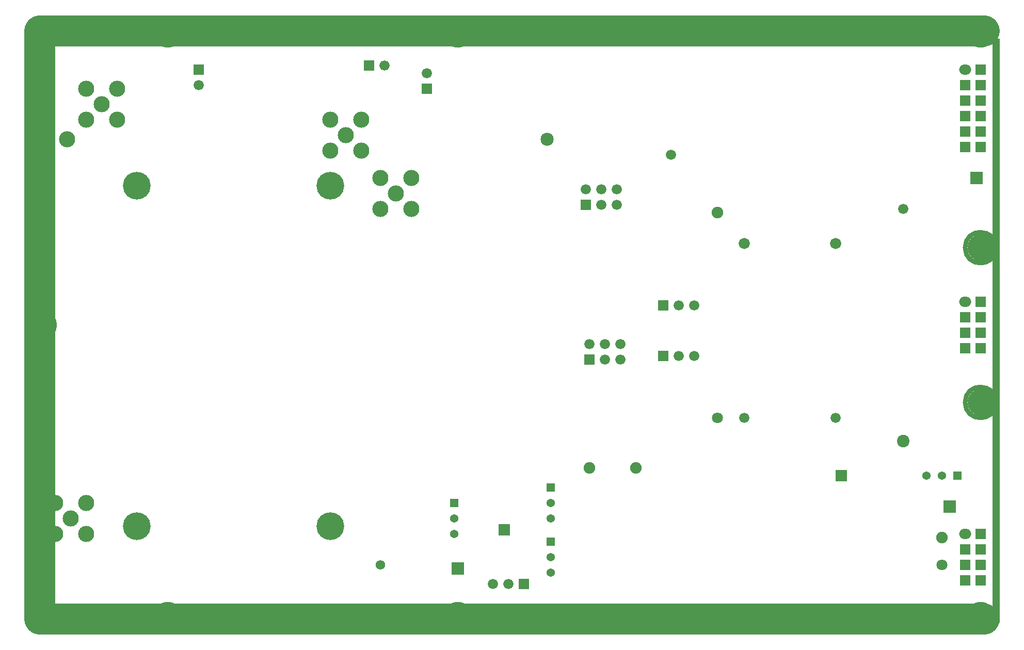
<source format=gbs>
G04 Layer_Color=16711935*
%FSLAX44Y44*%
%MOMM*%
G71*
G01*
G75*
%ADD51C,0.7620*%
%ADD88C,1.9050*%
%ADD90C,1.5748*%
%ADD148C,2.0000*%
%ADD193R,1.6764X1.6764*%
%ADD194O,2.0066X1.6764*%
%ADD195R,2.0320X2.0320*%
%ADD196C,1.8034*%
%ADD197C,2.0574*%
%ADD198C,1.1016*%
%ADD199C,2.1590*%
%ADD200R,1.8796X1.8796*%
%ADD201C,1.6764*%
%ADD202R,1.6764X1.6764*%
%ADD203C,1.3716*%
%ADD204R,1.3716X1.3716*%
%ADD205C,2.6416*%
%ADD206C,4.3180*%
%ADD207C,1.8288*%
%ADD208C,4.5466*%
%ADD209R,1.3716X1.3716*%
%ADD210R,1.9050X1.9050*%
%ADD211C,5.0800*%
%ADD212R,1.2700X95.8850*%
D51*
X1593850Y635000D02*
G03*
X1593850Y635000I-25400J0D01*
G01*
Y381000D02*
G03*
X1593850Y381000I-25400J0D01*
G01*
D88*
X1136650Y692150D02*
D03*
X1003300Y273050D02*
D03*
X927100D02*
D03*
X1504950Y158750D02*
D03*
D90*
X584200Y114300D02*
D03*
D148*
X1422400Y990600D02*
D03*
X38100D02*
D03*
Y38100D02*
D03*
X1524000D02*
D03*
D193*
X1543050Y114300D02*
D03*
X1568450Y139700D02*
D03*
Y114300D02*
D03*
Y88900D02*
D03*
X1543050Y139700D02*
D03*
Y88900D02*
D03*
X1568450Y165100D02*
D03*
X285750Y927100D02*
D03*
X660400Y895350D02*
D03*
X1568450Y546100D02*
D03*
X1543050Y469900D02*
D03*
Y520700D02*
D03*
X1568450Y469900D02*
D03*
Y495300D02*
D03*
Y520700D02*
D03*
X1543050Y495300D02*
D03*
Y876300D02*
D03*
X1568450Y901700D02*
D03*
Y876300D02*
D03*
Y850900D02*
D03*
X1543050Y901700D02*
D03*
Y850900D02*
D03*
Y825500D02*
D03*
X1568450D02*
D03*
X1543050Y800100D02*
D03*
X1568450Y927100D02*
D03*
Y800100D02*
D03*
D194*
X1543050Y165100D02*
D03*
Y546100D02*
D03*
Y927100D02*
D03*
D195*
X1517650Y209550D02*
D03*
X711200Y107950D02*
D03*
X1562100Y749300D02*
D03*
D196*
X1504950Y114300D02*
D03*
X1136650Y355600D02*
D03*
D197*
X1441450Y317500D02*
D03*
D198*
X1422400Y990600D02*
D03*
X38100D02*
D03*
Y38100D02*
D03*
X1524000D02*
D03*
D199*
X857250Y812800D02*
D03*
D200*
X1339850Y260350D02*
D03*
D201*
X1060450Y787400D02*
D03*
X1331100Y355600D02*
D03*
X1181100D02*
D03*
X1098550Y457200D02*
D03*
X1073150D02*
D03*
X952500Y450850D02*
D03*
Y476250D02*
D03*
X977900Y450850D02*
D03*
Y476250D02*
D03*
X927100D02*
D03*
X793750Y82550D02*
D03*
X768350D02*
D03*
X285750Y901700D02*
D03*
X590550Y933450D02*
D03*
X660400Y920750D02*
D03*
X1098550Y539750D02*
D03*
X1073150D02*
D03*
X920750Y730250D02*
D03*
X971550D02*
D03*
Y704850D02*
D03*
X946150Y730250D02*
D03*
Y704850D02*
D03*
X1441450Y698500D02*
D03*
D202*
X1047750Y457200D02*
D03*
X927100Y450850D02*
D03*
X819150Y82550D02*
D03*
X565150Y933450D02*
D03*
X1047750Y539750D02*
D03*
X920750Y704850D02*
D03*
D203*
X863600Y101600D02*
D03*
Y127000D02*
D03*
X704850Y190500D02*
D03*
Y165100D02*
D03*
X1479550Y260350D02*
D03*
X1504950D02*
D03*
X863600Y190500D02*
D03*
Y215900D02*
D03*
D204*
Y152400D02*
D03*
X704850Y215900D02*
D03*
X863600Y241300D02*
D03*
D205*
X552450Y844550D02*
D03*
X501650Y793750D02*
D03*
X552450D02*
D03*
X501650Y844550D02*
D03*
X527050Y819150D02*
D03*
X152400Y895350D02*
D03*
X101600Y844550D02*
D03*
X152400D02*
D03*
X101600Y895350D02*
D03*
X127000Y869950D02*
D03*
X101600Y215900D02*
D03*
X50800Y165100D02*
D03*
X101600D02*
D03*
X50800Y215900D02*
D03*
X76200Y190500D02*
D03*
X609600Y723900D02*
D03*
X584200Y749300D02*
D03*
X635000Y698500D02*
D03*
X584200D02*
D03*
X635000Y749300D02*
D03*
X69850Y812800D02*
D03*
D206*
X1568450Y984250D02*
D03*
Y635000D02*
D03*
Y381000D02*
D03*
Y31750D02*
D03*
X711200Y984250D02*
D03*
Y31750D02*
D03*
X31750Y508000D02*
D03*
X234950Y31750D02*
D03*
Y984250D02*
D03*
D207*
X1181100Y641350D02*
D03*
X1331100D02*
D03*
D208*
X184150Y736600D02*
D03*
X501650D02*
D03*
Y177800D02*
D03*
X184150D02*
D03*
D209*
X1530350Y260350D02*
D03*
D210*
X787400Y171450D02*
D03*
D211*
X25400Y25400D02*
X889000D01*
X25400Y990600D02*
X1574800D01*
X1492250Y25400D02*
X1574800D01*
X889000D02*
X1492250D01*
X25400D02*
Y990600D01*
D212*
X1593850Y498475D02*
D03*
M02*

</source>
